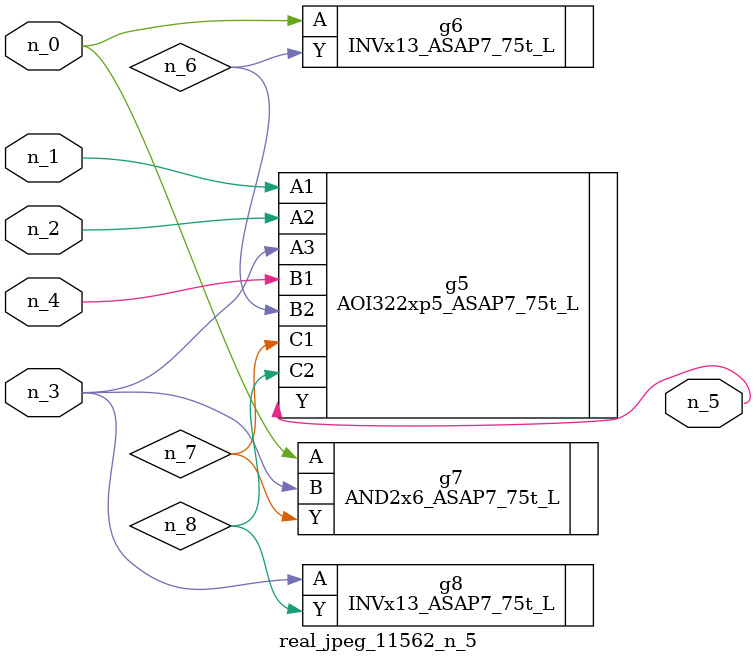
<source format=v>
module real_jpeg_11562_n_5 (n_4, n_0, n_1, n_2, n_3, n_5);

input n_4;
input n_0;
input n_1;
input n_2;
input n_3;

output n_5;

wire n_8;
wire n_6;
wire n_7;

INVx13_ASAP7_75t_L g6 ( 
.A(n_0),
.Y(n_6)
);

AND2x6_ASAP7_75t_L g7 ( 
.A(n_0),
.B(n_3),
.Y(n_7)
);

AOI322xp5_ASAP7_75t_L g5 ( 
.A1(n_1),
.A2(n_2),
.A3(n_3),
.B1(n_4),
.B2(n_6),
.C1(n_7),
.C2(n_8),
.Y(n_5)
);

INVx13_ASAP7_75t_L g8 ( 
.A(n_3),
.Y(n_8)
);


endmodule
</source>
